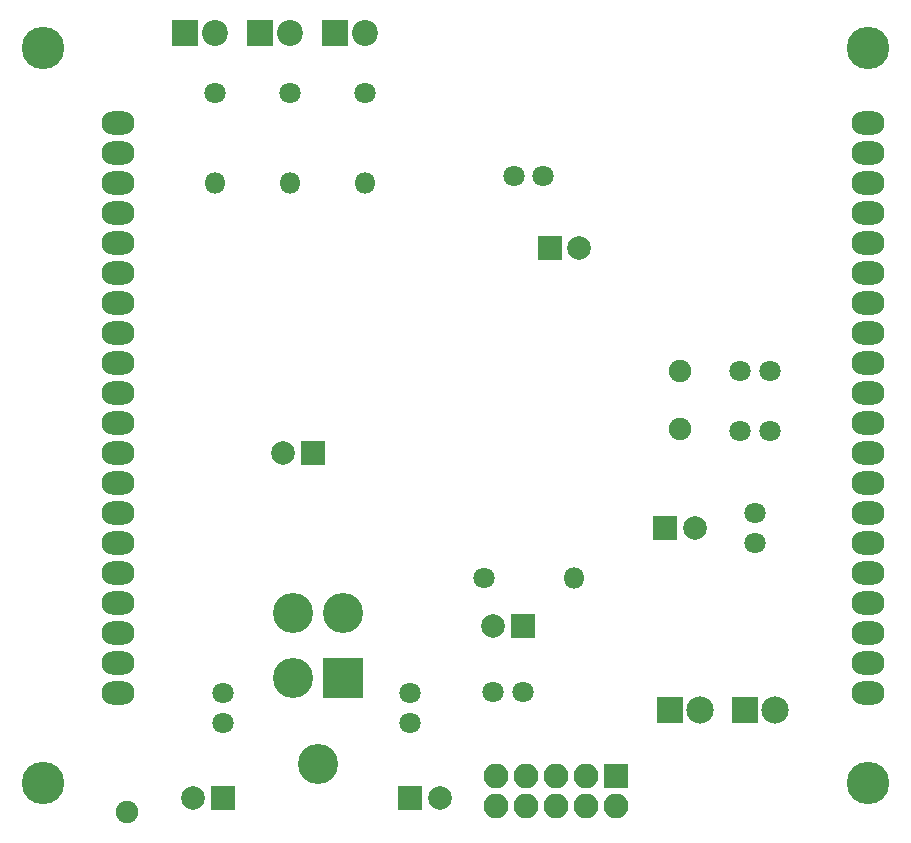
<source format=gbr>
G04 #@! TF.FileFunction,Soldermask,Bot*
%FSLAX46Y46*%
G04 Gerber Fmt 4.6, Leading zero omitted, Abs format (unit mm)*
G04 Created by KiCad (PCBNEW 4.0.7) date Wed Apr 18 20:52:35 2018*
%MOMM*%
%LPD*%
G01*
G04 APERTURE LIST*
%ADD10C,0.100000*%
%ADD11R,2.200000X2.200000*%
%ADD12C,2.200000*%
%ADD13C,1.900000*%
%ADD14R,3.400000X3.400000*%
%ADD15C,3.400000*%
%ADD16R,2.100000X2.100000*%
%ADD17O,2.100000X2.100000*%
%ADD18R,2.305000X2.305000*%
%ADD19C,2.305000*%
%ADD20C,1.800000*%
%ADD21O,1.800000X1.800000*%
%ADD22R,2.000000X2.000000*%
%ADD23C,2.000000*%
%ADD24C,3.600000*%
%ADD25O,2.800000X2.000000*%
G04 APERTURE END LIST*
D10*
D11*
X52705000Y-27305000D03*
D12*
X55245000Y-27305000D03*
D11*
X59055000Y-27305000D03*
D12*
X61595000Y-27305000D03*
D11*
X65405000Y-27305000D03*
D12*
X67945000Y-27305000D03*
D13*
X47752000Y-93218000D03*
D14*
X66040000Y-81915000D03*
D15*
X61840000Y-81915000D03*
X66040000Y-76415000D03*
X61840000Y-76415000D03*
X63940000Y-89215000D03*
D16*
X89154000Y-90170000D03*
D17*
X89154000Y-92710000D03*
X86614000Y-90170000D03*
X86614000Y-92710000D03*
X84074000Y-90170000D03*
X84074000Y-92710000D03*
X81534000Y-90170000D03*
X81534000Y-92710000D03*
X78994000Y-90170000D03*
X78994000Y-92710000D03*
D18*
X93726000Y-84582000D03*
D19*
X96266000Y-84582000D03*
D18*
X100076000Y-84582000D03*
D19*
X102616000Y-84582000D03*
D20*
X77978000Y-73406000D03*
D21*
X85598000Y-73406000D03*
D20*
X55245000Y-32385000D03*
D21*
X55245000Y-40005000D03*
D20*
X61595000Y-32385000D03*
D21*
X61595000Y-40005000D03*
D20*
X67945000Y-32385000D03*
D21*
X67945000Y-40005000D03*
D13*
X94615000Y-55880000D03*
X94615000Y-60780000D03*
D20*
X99695000Y-60960000D03*
X102195000Y-60960000D03*
X99695000Y-55880000D03*
X102195000Y-55880000D03*
X55880000Y-83185000D03*
X55880000Y-85685000D03*
D22*
X55880000Y-92075000D03*
D23*
X53380000Y-92075000D03*
D20*
X71755000Y-83185000D03*
X71755000Y-85685000D03*
D22*
X71755000Y-92075000D03*
D23*
X74255000Y-92075000D03*
D22*
X63500000Y-62865000D03*
D23*
X61000000Y-62865000D03*
D20*
X81280000Y-83058000D03*
X78780000Y-83058000D03*
D22*
X81280000Y-77470000D03*
D23*
X78780000Y-77470000D03*
D20*
X100965000Y-67945000D03*
X100965000Y-70445000D03*
D22*
X93345000Y-69215000D03*
D23*
X95845000Y-69215000D03*
D20*
X80518000Y-39370000D03*
X83018000Y-39370000D03*
D22*
X83566000Y-45466000D03*
D23*
X86066000Y-45466000D03*
D24*
X40640000Y-28575000D03*
X40640000Y-90805000D03*
X110490000Y-90805000D03*
D25*
X110490000Y-73025000D03*
X110490000Y-75565000D03*
X110490000Y-78105000D03*
X110490000Y-80645000D03*
X110490000Y-83185000D03*
X110490000Y-70485000D03*
X110490000Y-67945000D03*
X110490000Y-65405000D03*
X110490000Y-62865000D03*
X110490000Y-60325000D03*
X110490000Y-34925000D03*
X110490000Y-37465000D03*
X110490000Y-40005000D03*
X110490000Y-42545000D03*
X110490000Y-45085000D03*
X110490000Y-57785000D03*
X110490000Y-55245000D03*
X110490000Y-52705000D03*
X110490000Y-50165000D03*
X110490000Y-47625000D03*
X46990000Y-47625000D03*
X46990000Y-50165000D03*
X46990000Y-52705000D03*
X46990000Y-55245000D03*
X46990000Y-57785000D03*
X46990000Y-45085000D03*
X46990000Y-42545000D03*
X46990000Y-40005000D03*
X46990000Y-37465000D03*
X46990000Y-34925000D03*
X46990000Y-60325000D03*
X46990000Y-62865000D03*
X46990000Y-65405000D03*
X46990000Y-67945000D03*
X46990000Y-70485000D03*
X46990000Y-83185000D03*
X46990000Y-80645000D03*
X46990000Y-78105000D03*
X46990000Y-75565000D03*
X46990000Y-73025000D03*
D24*
X110490000Y-28575000D03*
M02*

</source>
